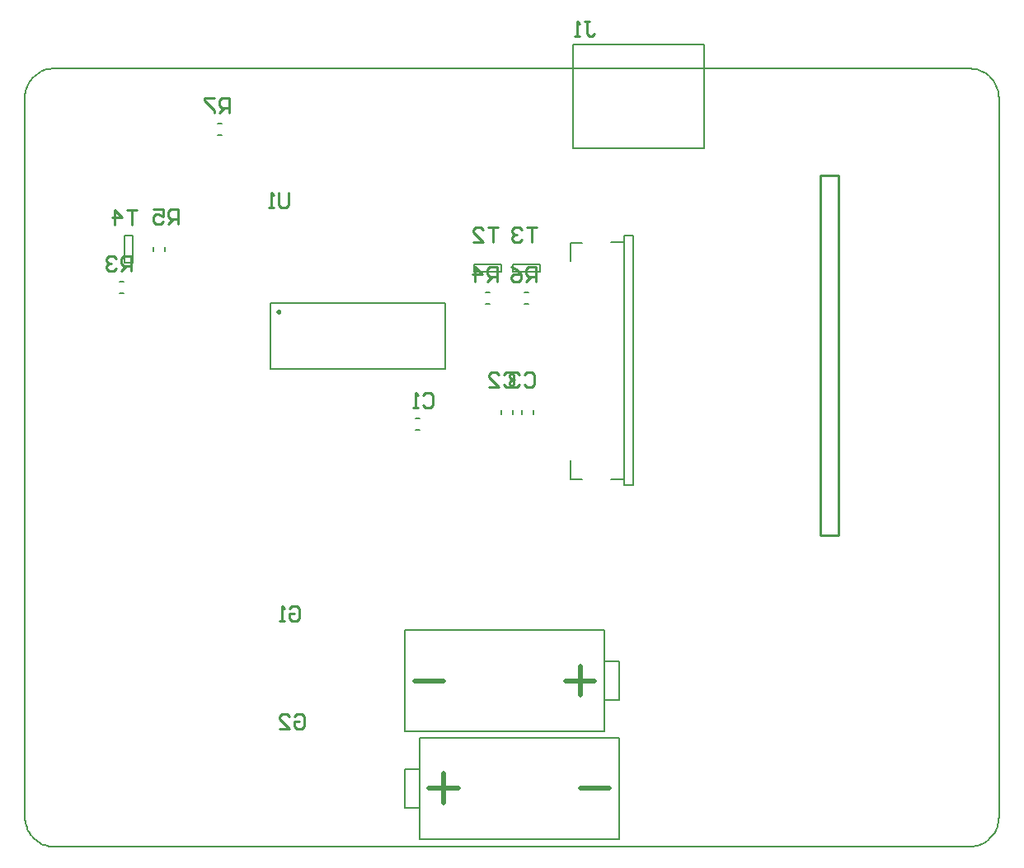
<source format=gbo>
%FSTAX23Y23*%
%MOIN*%
%SFA1B1*%

%IPPOS*%
%ADD10C,0.005905*%
%ADD11C,0.006000*%
%ADD13C,0.010000*%
%ADD21C,0.009843*%
%ADD39C,0.019685*%
%LNpongboy-1*%
%LPD*%
G54D10*
X02019Y02196D02*
X02035D01*
X02019Y02243D02*
X02035D01*
X01862Y02196D02*
X01877D01*
X01862Y02243D02*
X01877D01*
X00403Y02364D02*
Y02474D01*
X00435Y02364D02*
Y02474D01*
X00403Y02364D02*
X00435D01*
X00403Y02474D02*
X00435D01*
X00566Y02411D02*
Y02427D01*
X00519Y02411D02*
Y02427D01*
X00381Y0224D02*
X00397D01*
X00381Y02287D02*
X00397D01*
X02214Y02825D02*
Y03247D01*
X02744Y02825D02*
Y03247D01*
X02214D02*
X02744D01*
X02214Y02825D02*
X02744D01*
X01814Y02358D02*
X01925D01*
X01814Y02326D02*
X01925D01*
X01814D02*
Y02358D01*
X01925Y02326D02*
Y02358D01*
X01972D02*
X02082D01*
X01972Y02326D02*
X02082D01*
X01972D02*
Y02358D01*
X02082Y02326D02*
Y02358D01*
X01578Y01732D02*
X01594D01*
X01578Y01685D02*
X01594D01*
X01925Y0175D02*
Y01765D01*
X01972Y0175D02*
Y01765D01*
X02008Y0175D02*
Y01765D01*
X02055Y0175D02*
Y01765D01*
X017Y01933D02*
Y022D01*
X00992Y01933D02*
Y022D01*
Y01933D02*
X017D01*
X00992Y022D02*
X017D01*
X00779Y02927D02*
X00795D01*
X00779Y02879D02*
X00795D01*
X02342Y0075D02*
X02401D01*
X02342Y00592D02*
X02401D01*
Y0075*
X01535Y00466D02*
Y00876D01*
Y00466D02*
X02342D01*
Y00876*
X01535D02*
X02342D01*
X01535Y00157D02*
X01594D01*
X01535Y00314D02*
X01594D01*
X01535Y00157D02*
Y00314D01*
X02401Y00031D02*
Y0044D01*
X01594D02*
X02401D01*
X01594Y00031D02*
Y0044D01*
Y00031D02*
X02401D01*
X0Y00118D02*
D01*
X0Y00109*
X00001Y00101*
X00002Y00093*
X00004Y00085*
X00007Y00077*
X0001Y0007*
X00013Y00062*
X00017Y00055*
X00022Y00048*
X00027Y00042*
X00033Y00036*
X00039Y0003*
X00045Y00025*
X00052Y0002*
X00059Y00015*
X00066Y00011*
X00073Y00008*
X00081Y00005*
X00089Y00003*
X00097Y00001*
X00105Y0*
X00113Y0*
X00118Y0*
X03819D02*
D01*
X03827Y0*
X03835Y00001*
X03843Y00002*
X03851Y00004*
X03859Y00007*
X03867Y0001*
X03874Y00013*
X03881Y00017*
X03888Y00022*
X03894Y00027*
X039Y00033*
X03906Y00039*
X03912Y00045*
X03916Y00051*
X03921Y00058*
X03925Y00066*
X03928Y00073*
X03931Y00081*
X03933Y00089*
X03935Y00097*
X03936Y00105*
X03936Y00113*
X03937Y00117*
Y03031D02*
D01*
X03936Y03039*
X03935Y03047*
X03934Y03056*
X03932Y03064*
X03929Y03071*
X03926Y03079*
X03923Y03086*
X03919Y03094*
X03914Y031*
X03909Y03107*
X03903Y03113*
X03897Y03119*
X03891Y03124*
X03884Y03129*
X03877Y03133*
X0387Y03137*
X03863Y03141*
X03855Y03143*
X03847Y03146*
X03839Y03147*
X03831Y03148*
X03823Y03149*
X03818Y03149*
X00118D02*
D01*
X00109Y03149*
X00101Y03148*
X00093Y03147*
X00085Y03145*
X00077Y03142*
X0007Y03139*
X00062Y03135*
X00055Y03131*
X00048Y03127*
X00042Y03121*
X00036Y03116*
X0003Y0311*
X00025Y03104*
X0002Y03097*
X00015Y0309*
X00011Y03083*
X00008Y03075*
X00005Y03067*
X00003Y0306*
X00001Y03052*
X0Y03043*
X0Y03035*
X0Y03031*
X00118Y0D02*
X03819D01*
X03937Y00117D02*
Y03031D01*
X00118Y03149D02*
X03818D01*
X0Y00118D02*
Y03031D01*
G54D11*
X0246Y01464D02*
Y02472D01*
X02421Y01488D02*
Y02444D01*
Y02472*
X0246D01*
X02204Y02444D02*
X02251D01*
X02204Y0237D02*
Y02444D01*
Y01488D02*
Y01562D01*
Y01488D02*
X02251D01*
X0237D02*
X02421D01*
Y01464D02*
X0246D01*
X02421D02*
Y01488D01*
X0237Y02448D02*
X02421D01*
G54D13*
X01065Y02645D02*
Y02595D01*
X01055Y02585*
X01035*
X01025Y02595*
Y02645*
X01005Y02585D02*
X00985D01*
X00995*
Y02645*
X01005Y02635*
X00453Y02576D02*
X00413D01*
X00433*
Y02516*
X00363D02*
Y02576D01*
X00393Y02546*
X00353*
X02069Y02508D02*
X02029D01*
X02049*
Y02448*
X02009Y02498D02*
X01999Y02508D01*
X01979*
X01969Y02498*
Y02488*
X01979Y02478*
X01989*
X01979*
X01969Y02468*
Y02458*
X01979Y02448*
X01999*
X02009Y02458*
X01912Y02508D02*
X01872D01*
X01892*
Y02448*
X01812D02*
X01852D01*
X01812Y02488*
Y02498*
X01822Y02508*
X01842*
X01852Y02498*
X00825Y0297D02*
Y0303D01*
X00795*
X00785Y0302*
Y03*
X00795Y0299*
X00825*
X00805D02*
X00785Y0297D01*
X00765Y0303D02*
X00725D01*
Y0302*
X00765Y0298*
Y0297*
X02065Y02286D02*
Y02346D01*
X02035*
X02025Y02336*
Y02316*
X02035Y02306*
X02065*
X02045D02*
X02025Y02286D01*
X01966Y02346D02*
X01986Y02336D01*
X02006Y02316*
Y02296*
X01996Y02286*
X01976*
X01966Y02296*
Y02306*
X01976Y02316*
X02006*
X00617Y02521D02*
Y02581D01*
X00587*
X00577Y02571*
Y02551*
X00587Y02541*
X00617*
X00597D02*
X00577Y02521D01*
X00517Y02581D02*
X00557D01*
Y02551*
X00537Y02561*
X00527*
X00517Y02551*
Y02531*
X00527Y02521*
X00547*
X00557Y02531*
X01907Y02286D02*
Y02346D01*
X01877*
X01867Y02336*
Y02316*
X01877Y02306*
X01907*
X01887D02*
X01867Y02286D01*
X01817D02*
Y02346D01*
X01847Y02316*
X01807*
X00427Y02329D02*
Y02389D01*
X00397*
X00387Y02379*
Y02359*
X00397Y02349*
X00427*
X00407D02*
X00387Y02329D01*
X00367Y02379D02*
X00357Y02389D01*
X00337*
X00327Y02379*
Y02369*
X00337Y02359*
X00347*
X00337*
X00327Y02349*
Y02339*
X00337Y02329*
X00357*
X00367Y02339*
X02261Y0334D02*
X02281D01*
X02271*
Y0329*
X02281Y0328*
X02291*
X02301Y0329*
X02241Y0328D02*
X02221D01*
X02231*
Y0334*
X02241Y0333*
X0109Y00528D02*
X011Y00538D01*
X0112*
X0113Y00528*
Y00488*
X0112Y00478*
X011*
X0109Y00488*
Y00508*
X0111*
X0103Y00478D02*
X0107D01*
X0103Y00518*
Y00528*
X0104Y00538*
X0106*
X0107Y00528*
X0107Y00963D02*
X0108Y00973D01*
X011*
X0111Y00963*
Y00923*
X011Y00913*
X0108*
X0107Y00923*
Y00943*
X0109*
X0105Y00913D02*
X0103D01*
X0104*
Y00973*
X0105Y00963*
X02017Y0191D02*
X02027Y0192D01*
X02047*
X02057Y0191*
Y0187*
X02047Y0186*
X02027*
X02017Y0187*
X01997Y0191D02*
X01987Y0192D01*
X01967*
X01957Y0191*
Y019*
X01967Y0189*
X01977*
X01967*
X01957Y0188*
Y0187*
X01967Y0186*
X01987*
X01997Y0187*
X01934Y0191D02*
X01944Y0192D01*
X01964*
X01974Y0191*
Y0187*
X01964Y0186*
X01944*
X01934Y0187*
X01874Y0186D02*
X01914D01*
X01874Y019*
Y0191*
X01884Y0192*
X01904*
X01914Y0191*
X01608Y01825D02*
X01618Y01835D01*
X01638*
X01648Y01825*
Y01785*
X01638Y01775*
X01618*
X01608Y01785*
X01588Y01775D02*
X01568D01*
X01578*
Y01835*
X01588Y01825*
X03216Y02716D02*
Y01259D01*
X03287*
Y02716D02*
Y01259D01*
X03216Y02716D02*
X03287D01*
G54D21*
X01029Y02165D02*
D01*
X01029Y02165*
X01029Y02166*
X01029Y02166*
X01029Y02166*
X01029Y02167*
X01029Y02167*
X01029Y02167*
X01028Y02167*
X01028Y02168*
X01028Y02168*
X01028Y02168*
X01028Y02169*
X01027Y02169*
X01027Y02169*
X01027Y02169*
X01026Y02169*
X01026Y02169*
X01026Y0217*
X01025Y0217*
X01025Y0217*
X01025Y0217*
X01024Y0217*
X01024*
X01024Y0217*
X01023Y0217*
X01023Y0217*
X01023Y0217*
X01022Y02169*
X01022Y02169*
X01022Y02169*
X01022Y02169*
X01021Y02169*
X01021Y02169*
X01021Y02168*
X01021Y02168*
X0102Y02168*
X0102Y02167*
X0102Y02167*
X0102Y02167*
X0102Y02167*
X0102Y02166*
X01019Y02166*
X01019Y02166*
X01019Y02165*
X01019Y02165*
X01019Y02165*
X01019Y02164*
X01019Y02164*
X0102Y02163*
X0102Y02163*
X0102Y02163*
X0102Y02163*
X0102Y02162*
X0102Y02162*
X01021Y02162*
X01021Y02161*
X01021Y02161*
X01021Y02161*
X01022Y02161*
X01022Y02161*
X01022Y0216*
X01022Y0216*
X01023Y0216*
X01023Y0216*
X01023Y0216*
X01024Y0216*
X01024Y0216*
X01024*
X01025Y0216*
X01025Y0216*
X01025Y0216*
X01026Y0216*
X01026Y0216*
X01026Y0216*
X01027Y02161*
X01027Y02161*
X01027Y02161*
X01028Y02161*
X01028Y02161*
X01028Y02162*
X01028Y02162*
X01028Y02162*
X01029Y02163*
X01029Y02163*
X01029Y02163*
X01029Y02163*
X01029Y02164*
X01029Y02164*
X01029Y02165*
X01029Y02165*
G54D39*
X01574Y00671D02*
X01692D01*
X02244Y00612D02*
Y0073D01*
X02185Y00671D02*
X02303D01*
X02244Y00236D02*
X02362D01*
X01692Y00177D02*
Y00295D01*
X01633Y00236D02*
X01751D01*
M02*
</source>
